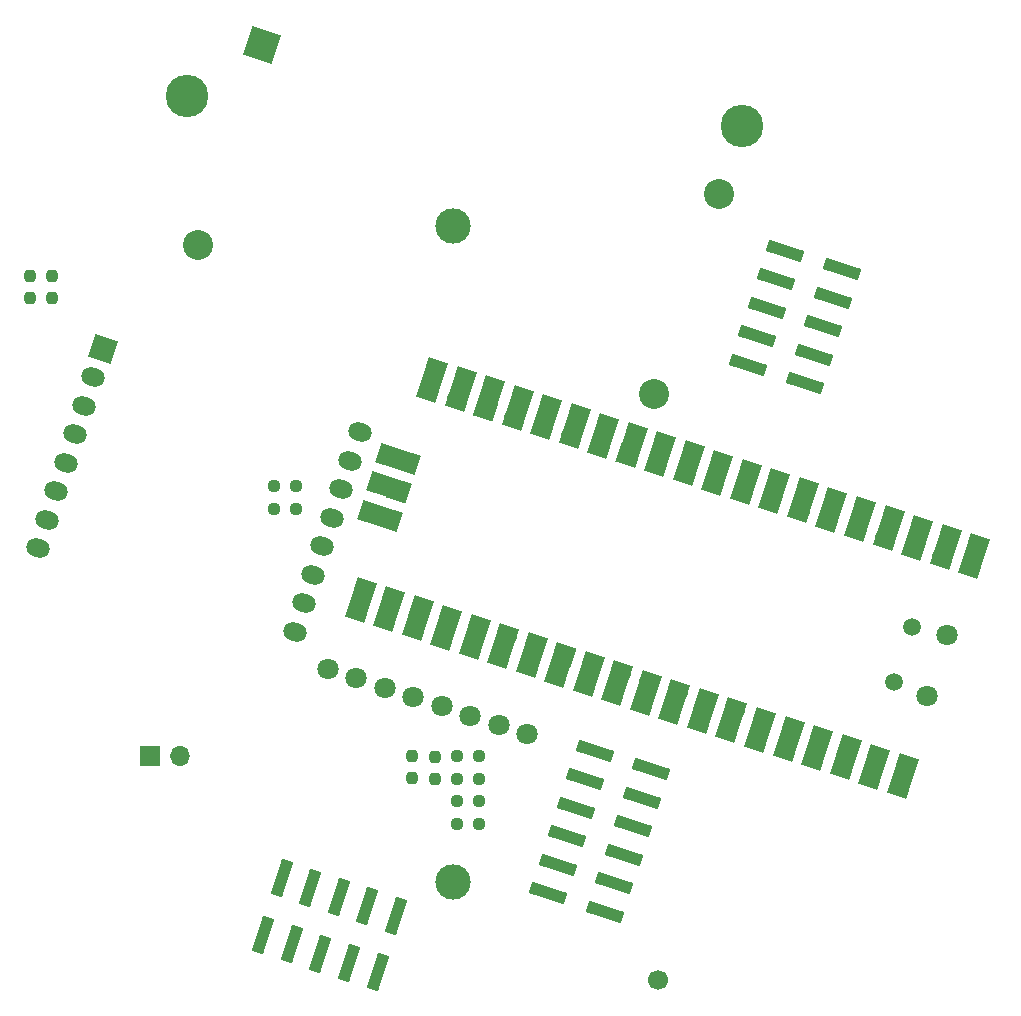
<source format=gbr>
%TF.GenerationSoftware,KiCad,Pcbnew,(6.0.2)*%
%TF.CreationDate,2022-05-01T12:50:51-07:00*%
%TF.ProjectId,controller,636f6e74-726f-46c6-9c65-722e6b696361,rev?*%
%TF.SameCoordinates,Original*%
%TF.FileFunction,Soldermask,Top*%
%TF.FilePolarity,Negative*%
%FSLAX46Y46*%
G04 Gerber Fmt 4.6, Leading zero omitted, Abs format (unit mm)*
G04 Created by KiCad (PCBNEW (6.0.2)) date 2022-05-01 12:50:51*
%MOMM*%
%LPD*%
G01*
G04 APERTURE LIST*
G04 Aperture macros list*
%AMRoundRect*
0 Rectangle with rounded corners*
0 $1 Rounding radius*
0 $2 $3 $4 $5 $6 $7 $8 $9 X,Y pos of 4 corners*
0 Add a 4 corners polygon primitive as box body*
4,1,4,$2,$3,$4,$5,$6,$7,$8,$9,$2,$3,0*
0 Add four circle primitives for the rounded corners*
1,1,$1+$1,$2,$3*
1,1,$1+$1,$4,$5*
1,1,$1+$1,$6,$7*
1,1,$1+$1,$8,$9*
0 Add four rect primitives between the rounded corners*
20,1,$1+$1,$2,$3,$4,$5,0*
20,1,$1+$1,$4,$5,$6,$7,0*
20,1,$1+$1,$6,$7,$8,$9,0*
20,1,$1+$1,$8,$9,$2,$3,0*%
%AMHorizOval*
0 Thick line with rounded ends*
0 $1 width*
0 $2 $3 position (X,Y) of the first rounded end (center of the circle)*
0 $4 $5 position (X,Y) of the second rounded end (center of the circle)*
0 Add line between two ends*
20,1,$1,$2,$3,$4,$5,0*
0 Add two circle primitives to create the rounded ends*
1,1,$1,$2,$3*
1,1,$1,$4,$5*%
%AMRotRect*
0 Rectangle, with rotation*
0 The origin of the aperture is its center*
0 $1 length*
0 $2 width*
0 $3 Rotation angle, in degrees counterclockwise*
0 Add horizontal line*
21,1,$1,$2,0,0,$3*%
G04 Aperture macros list end*
%ADD10RoundRect,0.237500X-0.237500X0.250000X-0.237500X-0.250000X0.237500X-0.250000X0.237500X0.250000X0*%
%ADD11RoundRect,0.237500X-0.250000X-0.237500X0.250000X-0.237500X0.250000X0.237500X-0.250000X0.237500X0*%
%ADD12RoundRect,0.237500X0.237500X-0.250000X0.237500X0.250000X-0.237500X0.250000X-0.237500X-0.250000X0*%
%ADD13HorizOval,1.500000X0.000000X0.000000X0.000000X0.000000X0*%
%ADD14HorizOval,1.800000X0.000000X0.000000X0.000000X0.000000X0*%
%ADD15HorizOval,1.700000X0.000000X0.000000X0.000000X0.000000X0*%
%ADD16RotRect,3.500000X1.700000X252.000000*%
%ADD17RotRect,1.700000X1.700000X252.000000*%
%ADD18RotRect,3.500000X1.700000X342.000000*%
%ADD19RotRect,2.540000X2.540000X342.000000*%
%ADD20C,2.540000*%
%ADD21RotRect,3.150000X1.000000X162.000000*%
%ADD22RotRect,3.150000X1.000000X252.000000*%
%ADD23C,3.600000*%
%ADD24RotRect,2.000000X2.000000X342.000000*%
%ADD25HorizOval,1.600000X0.190211X-0.061803X-0.190211X0.061803X0*%
%ADD26C,1.800000*%
%ADD27RoundRect,0.237500X0.250000X0.237500X-0.250000X0.237500X-0.250000X-0.237500X0.250000X-0.237500X0*%
%ADD28C,3.000000*%
%ADD29C,1.700000*%
%ADD30R,1.700000X1.700000*%
%ADD31O,1.700000X1.700000*%
G04 APERTURE END LIST*
D10*
%TO.C,R6*%
X120015000Y-61595000D03*
X120015000Y-63420000D03*
%TD*%
D11*
%TO.C,R15*%
X138787500Y-79375000D03*
X140612500Y-79375000D03*
%TD*%
D12*
%TO.C,R21*%
X150495000Y-104060000D03*
X150495000Y-102235000D03*
%TD*%
D13*
%TO.C,U1*%
X192770752Y-91311409D03*
D14*
X195745159Y-91962414D03*
D13*
X191272020Y-95924033D03*
D14*
X194061016Y-97145672D03*
D15*
X197773886Y-86139323D03*
D16*
X198052001Y-85283372D03*
X195636317Y-84498468D03*
D15*
X195358202Y-85354419D03*
D17*
X192942519Y-84569516D03*
D16*
X193220634Y-83713565D03*
D15*
X190526835Y-83784613D03*
D16*
X190804950Y-82928662D03*
X188389267Y-82143759D03*
D15*
X188111152Y-82999710D03*
X185695468Y-82214807D03*
D16*
X185973583Y-81358856D03*
D15*
X183279785Y-81429904D03*
D16*
X183557900Y-80573953D03*
D17*
X180864101Y-80645000D03*
D16*
X181142216Y-79789049D03*
X178726532Y-79004146D03*
D15*
X178448417Y-79860097D03*
D16*
X176310849Y-78219243D03*
D15*
X176032734Y-79075194D03*
D16*
X173895165Y-77434340D03*
D15*
X173617050Y-78290291D03*
D16*
X171479482Y-76649437D03*
D15*
X171201367Y-77505388D03*
D16*
X169063798Y-75864534D03*
D17*
X168785683Y-76720485D03*
D15*
X166370000Y-75935581D03*
D16*
X166648115Y-75079630D03*
D15*
X163954316Y-75150678D03*
D16*
X164232431Y-74294727D03*
D15*
X161538633Y-74365775D03*
D16*
X161816748Y-73509824D03*
X159401064Y-72724921D03*
D15*
X159122949Y-73580872D03*
D16*
X156985380Y-71940018D03*
D17*
X156707265Y-72795969D03*
D15*
X154291582Y-72011066D03*
D16*
X154569697Y-71155115D03*
X152154013Y-70370211D03*
D15*
X151875898Y-71226162D03*
D16*
X146103461Y-88991898D03*
D15*
X146381576Y-88135947D03*
X148797260Y-88920851D03*
D16*
X148519145Y-89776802D03*
X150934828Y-90561705D03*
D17*
X151212943Y-89705754D03*
D15*
X153628627Y-90490657D03*
D16*
X153350512Y-91346608D03*
D15*
X156044310Y-91275560D03*
D16*
X155766195Y-92131511D03*
X158181879Y-92916414D03*
D15*
X158459994Y-92060463D03*
D16*
X160597562Y-93701317D03*
D15*
X160875677Y-92845366D03*
D16*
X163013246Y-94486221D03*
D17*
X163291361Y-93630270D03*
D15*
X165707045Y-94415173D03*
D16*
X165428930Y-95271124D03*
X167844613Y-96056027D03*
D15*
X168122728Y-95200076D03*
X170538412Y-95984979D03*
D16*
X170260297Y-96840930D03*
X172675980Y-97625833D03*
D15*
X172954095Y-96769882D03*
D16*
X175091664Y-98410736D03*
D17*
X175369779Y-97554785D03*
D15*
X177785462Y-98339689D03*
D16*
X177507347Y-99195640D03*
X179923031Y-99980543D03*
D15*
X180201146Y-99124592D03*
X182616829Y-99909495D03*
D16*
X182338714Y-100765446D03*
X184754398Y-101550349D03*
D15*
X185032513Y-100694398D03*
D17*
X187448197Y-101479301D03*
D16*
X187170082Y-102335252D03*
X189585765Y-103120155D03*
D15*
X189863880Y-102264204D03*
X192279564Y-103049108D03*
D16*
X192001449Y-103905059D03*
D15*
X150132383Y-77336445D03*
D18*
X149276432Y-77058330D03*
D17*
X149347480Y-79752129D03*
D18*
X148491529Y-79474014D03*
X147706626Y-81889697D03*
D15*
X148562577Y-82167812D03*
%TD*%
D19*
%TO.C,U3*%
X137795000Y-42051549D03*
D20*
X132300678Y-58961334D03*
X170951615Y-71519785D03*
X176445937Y-54610000D03*
%TD*%
D21*
%TO.C,J2*%
X183722932Y-70651219D03*
X178920097Y-69090683D03*
X184507836Y-68235535D03*
X179705000Y-66675000D03*
X185292739Y-65819852D03*
X180489903Y-64259316D03*
X186077642Y-63404168D03*
X181274806Y-61843633D03*
X186862545Y-60988485D03*
X182059710Y-59427949D03*
%TD*%
D22*
%TO.C,J3*%
X149100684Y-115719904D03*
X147540148Y-120522739D03*
X146685000Y-114935000D03*
X145124465Y-119737836D03*
X144269317Y-114150097D03*
X142708781Y-118952933D03*
X141853633Y-113365194D03*
X140293098Y-118168030D03*
X139437950Y-112580291D03*
X137877414Y-117383126D03*
%TD*%
D23*
%TO.C,J11*%
X131445000Y-46355000D03*
%TD*%
D24*
%TO.C,U2*%
X124273461Y-67728137D03*
D25*
X123488558Y-70143821D03*
X122703655Y-72559504D03*
X121918752Y-74975188D03*
X121133848Y-77390871D03*
X120348945Y-79806555D03*
X119564042Y-82222238D03*
X118779139Y-84637922D03*
X140520291Y-91702050D03*
X141305194Y-89286367D03*
X142090097Y-86870683D03*
X142875000Y-84455000D03*
X143659903Y-82039316D03*
X144444807Y-79623633D03*
X145229710Y-77207949D03*
X146014613Y-74792265D03*
%TD*%
D26*
%TO.C,U4*%
X160230798Y-100355611D03*
X157815114Y-99570708D03*
X155399431Y-98785804D03*
X152983747Y-98000901D03*
X150568064Y-97215998D03*
X148152380Y-96431095D03*
X145736696Y-95646192D03*
X143321013Y-94861289D03*
%TD*%
D11*
%TO.C,R16*%
X138787500Y-81280000D03*
X140612500Y-81280000D03*
%TD*%
D27*
%TO.C,R14*%
X156130000Y-102235000D03*
X154305000Y-102235000D03*
%TD*%
D10*
%TO.C,R7*%
X118110000Y-61595000D03*
X118110000Y-63420000D03*
%TD*%
D11*
%TO.C,R17*%
X154305000Y-107950000D03*
X156130000Y-107950000D03*
%TD*%
D12*
%TO.C,R20*%
X152400000Y-104140000D03*
X152400000Y-102315000D03*
%TD*%
D21*
%TO.C,J1*%
X166809160Y-115404477D03*
X162006324Y-113843941D03*
X167594063Y-112988793D03*
X162791228Y-111428257D03*
X168378966Y-110573110D03*
X163576131Y-109012574D03*
X169163869Y-108157426D03*
X164361034Y-106596890D03*
X169948772Y-105741743D03*
X165145937Y-104181207D03*
X170733676Y-103326059D03*
X165930840Y-101765523D03*
%TD*%
D23*
%TO.C,J10*%
X178435000Y-48895000D03*
%TD*%
D11*
%TO.C,R13*%
X154305000Y-104140000D03*
X156130000Y-104140000D03*
%TD*%
%TO.C,R18*%
X154305000Y-106045000D03*
X156130000Y-106045000D03*
%TD*%
D28*
%TO.C,BT1*%
X153930000Y-57340000D03*
X153930000Y-112840000D03*
D29*
X171280000Y-121140000D03*
%TD*%
D30*
%TO.C,JP1*%
X128270000Y-102235000D03*
D31*
X130810000Y-102235000D03*
%TD*%
M02*

</source>
